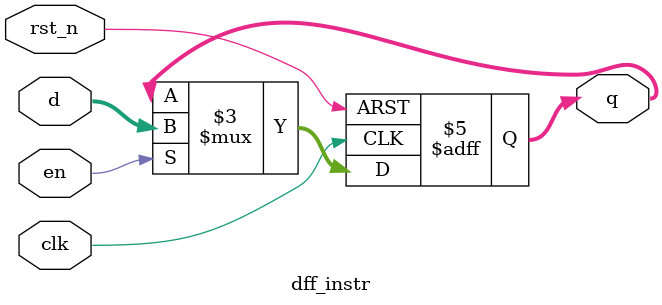
<source format=v>

module dff_instr(q, d, en, rst_n, clk);
	input [15:0] d;
	input en, rst_n, clk;
	output reg [15:0] q;

	always @(posedge clk, negedge rst_n) begin
		if(rst_n) begin
			if(en) q <= d;
			else q <= q;
		end else q <= 16'hb000;
	end

endmodule
</source>
